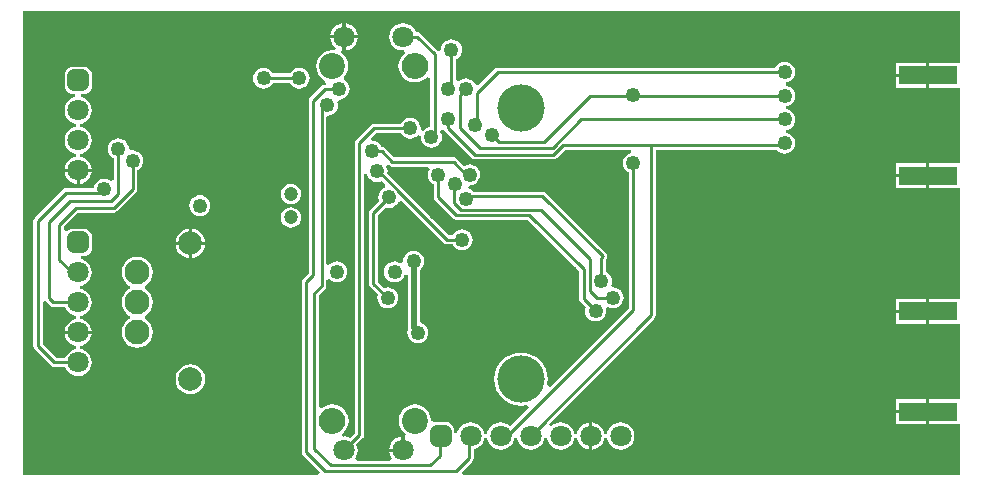
<source format=gbl>
G04*
G04 #@! TF.GenerationSoftware,Altium Limited,Altium Designer,18.1.1 (9)*
G04*
G04 Layer_Physical_Order=2*
G04 Layer_Color=16711680*
%FSLAX42Y42*%
%MOMM*%
G71*
G01*
G75*
%ADD42C,4.00*%
%ADD43C,1.20*%
%ADD58R,4.90X1.60*%
%ADD64C,0.25*%
%ADD65C,0.50*%
G04:AMPARAMS|DCode=69|XSize=1.8mm|YSize=1.8mm|CornerRadius=0.45mm|HoleSize=0mm|Usage=FLASHONLY|Rotation=0.000|XOffset=0mm|YOffset=0mm|HoleType=Round|Shape=RoundedRectangle|*
%AMROUNDEDRECTD69*
21,1,1.80,0.90,0,0,0.0*
21,1,0.90,1.80,0,0,0.0*
1,1,0.90,0.45,-0.45*
1,1,0.90,-0.45,-0.45*
1,1,0.90,-0.45,0.45*
1,1,0.90,0.45,0.45*
%
%ADD69ROUNDEDRECTD69*%
%ADD70C,1.80*%
%ADD71C,1.25*%
%ADD72O,2.25X2.20*%
%ADD73C,2.20*%
G04:AMPARAMS|DCode=74|XSize=1.8mm|YSize=1.8mm|CornerRadius=0.45mm|HoleSize=0mm|Usage=FLASHONLY|Rotation=270.000|XOffset=0mm|YOffset=0mm|HoleType=Round|Shape=RoundedRectangle|*
%AMROUNDEDRECTD74*
21,1,1.80,0.90,0,0,270.0*
21,1,0.90,1.80,0,0,270.0*
1,1,0.90,-0.45,-0.45*
1,1,0.90,-0.45,0.45*
1,1,0.90,0.45,0.45*
1,1,0.90,0.45,-0.45*
%
%ADD74ROUNDEDRECTD74*%
%ADD75C,2.00*%
%ADD76C,2.10*%
%ADD77C,3.80*%
%ADD78C,1.00*%
%ADD79C,0.25*%
G36*
X3603Y2953D02*
X3833Y2723D01*
X3845Y2714D01*
X3860Y2711D01*
X4524D01*
X4539Y2714D01*
X4552Y2723D01*
X4620Y2791D01*
X5179D01*
X5181Y2766D01*
X5177Y2766D01*
X5156Y2757D01*
X5137Y2743D01*
X5123Y2724D01*
X5114Y2703D01*
X5111Y2680D01*
X5114Y2657D01*
X5123Y2636D01*
X5137Y2617D01*
X5156Y2603D01*
X5161Y2601D01*
Y1456D01*
X4493Y787D01*
X4471Y801D01*
X4472Y806D01*
X4476Y850D01*
X4472Y894D01*
X4459Y937D01*
X4438Y976D01*
X4410Y1010D01*
X4376Y1038D01*
X4337Y1059D01*
X4294Y1072D01*
X4250Y1076D01*
X4206Y1072D01*
X4163Y1059D01*
X4124Y1038D01*
X4090Y1010D01*
X4062Y976D01*
X4041Y937D01*
X4028Y894D01*
X4024Y850D01*
X4028Y806D01*
X4041Y763D01*
X4062Y724D01*
X4090Y690D01*
X4124Y662D01*
X4163Y641D01*
X4206Y628D01*
X4250Y624D01*
X4294Y628D01*
X4299Y629D01*
X4313Y607D01*
X4158Y453D01*
X4134Y471D01*
X4106Y482D01*
X4076Y486D01*
X4046Y482D01*
X4018Y471D01*
X3994Y452D01*
X3975Y428D01*
X3964Y400D01*
X3962Y385D01*
X3936D01*
X3934Y400D01*
X3923Y428D01*
X3904Y452D01*
X3880Y471D01*
X3852Y482D01*
X3822Y486D01*
X3792Y482D01*
X3764Y471D01*
X3740Y452D01*
X3721Y428D01*
X3710Y400D01*
X3709Y396D01*
X3684Y397D01*
Y415D01*
X3682Y433D01*
X3674Y451D01*
X3663Y465D01*
X3649Y476D01*
X3631Y484D01*
X3613Y486D01*
X3523D01*
X3510Y484D01*
X3492Y496D01*
X3486Y503D01*
X3482Y535D01*
X3468Y568D01*
X3447Y597D01*
X3418Y618D01*
X3385Y632D01*
X3350Y637D01*
X3315Y632D01*
X3282Y618D01*
X3253Y597D01*
X3232Y568D01*
X3218Y535D01*
X3213Y500D01*
X3218Y465D01*
X3232Y432D01*
X3253Y403D01*
X3273Y389D01*
X3263Y365D01*
X3263Y365D01*
Y250D01*
X3250D01*
Y237D01*
X3135D01*
X3138Y220D01*
X3149Y192D01*
X3155Y184D01*
X3143Y159D01*
X2857D01*
X2845Y184D01*
X2851Y192D01*
X2862Y220D01*
X2866Y250D01*
X2862Y280D01*
X2854Y299D01*
X2907Y353D01*
X2916Y365D01*
X2919Y380D01*
Y2589D01*
X2944Y2591D01*
X2944Y2587D01*
X2953Y2566D01*
X2967Y2547D01*
X2986Y2533D01*
X3007Y2524D01*
X3030Y2521D01*
X3053Y2524D01*
X3069Y2531D01*
X3101Y2499D01*
X3094Y2470D01*
X3086Y2467D01*
X3067Y2453D01*
X3053Y2434D01*
X3044Y2413D01*
X3041Y2390D01*
X3044Y2367D01*
X3047Y2362D01*
X2973Y2287D01*
X2964Y2275D01*
X2961Y2260D01*
Y1660D01*
X2964Y1645D01*
X2973Y1633D01*
X3037Y1568D01*
X3034Y1563D01*
X3031Y1540D01*
X3034Y1517D01*
X3043Y1496D01*
X3057Y1477D01*
X3076Y1463D01*
X3097Y1454D01*
X3120Y1451D01*
X3143Y1454D01*
X3164Y1463D01*
X3183Y1477D01*
X3197Y1496D01*
X3206Y1517D01*
X3209Y1540D01*
X3206Y1563D01*
X3197Y1584D01*
X3183Y1603D01*
X3164Y1617D01*
X3143Y1626D01*
X3120Y1629D01*
X3097Y1626D01*
X3092Y1623D01*
X3039Y1676D01*
Y2244D01*
X3102Y2307D01*
X3107Y2304D01*
X3130Y2301D01*
X3153Y2304D01*
X3174Y2313D01*
X3193Y2327D01*
X3207Y2346D01*
X3209Y2351D01*
X3238Y2357D01*
X3593Y2003D01*
X3605Y1994D01*
X3620Y1991D01*
X3671D01*
X3673Y1986D01*
X3687Y1967D01*
X3706Y1953D01*
X3727Y1944D01*
X3750Y1941D01*
X3773Y1944D01*
X3794Y1953D01*
X3813Y1967D01*
X3827Y1986D01*
X3836Y2007D01*
X3839Y2030D01*
X3836Y2053D01*
X3827Y2074D01*
X3813Y2093D01*
X3794Y2107D01*
X3773Y2116D01*
X3750Y2119D01*
X3727Y2116D01*
X3706Y2107D01*
X3687Y2093D01*
X3673Y2074D01*
X3671Y2069D01*
X3636D01*
X3261Y2444D01*
X3261Y2444D01*
X3253Y2457D01*
X3116Y2593D01*
X3119Y2610D01*
X3116Y2633D01*
X3107Y2654D01*
X3127Y2668D01*
X3133Y2663D01*
X3145Y2654D01*
X3160Y2651D01*
X3462D01*
X3475Y2626D01*
X3473Y2624D01*
X3464Y2603D01*
X3461Y2580D01*
X3464Y2557D01*
X3473Y2536D01*
X3487Y2517D01*
X3506Y2503D01*
X3511Y2501D01*
Y2390D01*
X3514Y2375D01*
X3523Y2363D01*
X3673Y2213D01*
X3673Y2213D01*
X3685Y2204D01*
X3700Y2201D01*
X4304D01*
X4741Y1764D01*
Y1530D01*
X4744Y1515D01*
X4753Y1503D01*
X4797Y1459D01*
X4794Y1453D01*
X4791Y1430D01*
X4794Y1407D01*
X4803Y1386D01*
X4817Y1367D01*
X4836Y1353D01*
X4857Y1344D01*
X4880Y1341D01*
X4903Y1344D01*
X4924Y1353D01*
X4943Y1367D01*
X4957Y1386D01*
X4966Y1407D01*
X4969Y1430D01*
X4966Y1446D01*
X4981Y1459D01*
X4989Y1462D01*
X5007Y1454D01*
X5030Y1451D01*
X5053Y1454D01*
X5074Y1463D01*
X5093Y1477D01*
X5107Y1496D01*
X5116Y1517D01*
X5119Y1540D01*
X5116Y1563D01*
X5107Y1584D01*
X5093Y1603D01*
X5074Y1617D01*
X5053Y1626D01*
X5030Y1629D01*
X5013Y1652D01*
X5016Y1657D01*
X5019Y1680D01*
X5016Y1703D01*
X5007Y1724D01*
X4993Y1743D01*
X4974Y1757D01*
X4969Y1759D01*
Y1865D01*
X4976Y1875D01*
X4979Y1890D01*
X4976Y1905D01*
X4967Y1917D01*
X4457Y2427D01*
X4445Y2436D01*
X4430Y2439D01*
X3846D01*
X3843Y2443D01*
X3824Y2457D01*
X3803Y2466D01*
X3798Y2466D01*
X3798Y2466D01*
X3797Y2471D01*
X3810Y2490D01*
X3816Y2494D01*
X3836Y2497D01*
X3857Y2506D01*
X3875Y2520D01*
X3889Y2538D01*
X3898Y2560D01*
X3901Y2583D01*
X3898Y2605D01*
X3889Y2627D01*
X3875Y2645D01*
X3857Y2659D01*
X3836Y2668D01*
X3813Y2671D01*
X3790Y2668D01*
X3768Y2659D01*
X3767Y2658D01*
X3707Y2717D01*
X3695Y2726D01*
X3680Y2729D01*
X3176D01*
X3097Y2807D01*
X3085Y2816D01*
X3070Y2819D01*
X3069D01*
X3067Y2824D01*
X3053Y2843D01*
X3034Y2857D01*
X3013Y2866D01*
X2990Y2869D01*
X2989Y2868D01*
X2977Y2892D01*
X3021Y2936D01*
X3231D01*
X3233Y2931D01*
X3247Y2912D01*
X3266Y2898D01*
X3287Y2889D01*
X3310Y2886D01*
X3333Y2889D01*
X3354Y2898D01*
X3373Y2912D01*
X3379Y2920D01*
X3403Y2910D01*
X3401Y2900D01*
X3404Y2877D01*
X3413Y2856D01*
X3427Y2837D01*
X3446Y2823D01*
X3467Y2814D01*
X3490Y2811D01*
X3513Y2814D01*
X3534Y2823D01*
X3553Y2837D01*
X3567Y2856D01*
X3576Y2877D01*
X3579Y2900D01*
X3576Y2923D01*
X3567Y2944D01*
X3572Y2958D01*
X3598Y2959D01*
X3603Y2953D01*
D02*
G37*
G36*
X7964Y3555D02*
X7963Y3530D01*
X7939Y3530D01*
X7705D01*
Y3425D01*
Y3320D01*
X7939D01*
X7963Y3320D01*
X7964Y3295D01*
Y2705D01*
X7963Y2680D01*
X7939Y2680D01*
X7705D01*
Y2575D01*
Y2470D01*
X7939D01*
X7963Y2470D01*
X7964Y2445D01*
Y1555D01*
X7963Y1530D01*
X7939Y1530D01*
X7705D01*
Y1425D01*
Y1320D01*
X7939D01*
X7963Y1320D01*
X7964Y1295D01*
Y705D01*
X7963Y680D01*
X7939Y680D01*
X7705D01*
Y575D01*
Y470D01*
X7939D01*
X7963Y470D01*
X7964Y445D01*
Y36D01*
X3756D01*
X3746Y61D01*
X3837Y153D01*
X3837Y153D01*
X3846Y165D01*
X3849Y180D01*
Y257D01*
X3852Y258D01*
X3880Y269D01*
X3904Y288D01*
X3923Y312D01*
X3934Y340D01*
X3936Y355D01*
X3962D01*
X3964Y340D01*
X3975Y312D01*
X3994Y288D01*
X4018Y269D01*
X4046Y258D01*
X4076Y254D01*
X4106Y258D01*
X4134Y269D01*
X4158Y288D01*
X4177Y312D01*
X4188Y340D01*
X4190Y355D01*
X4216D01*
X4218Y340D01*
X4229Y312D01*
X4248Y288D01*
X4272Y269D01*
X4300Y258D01*
X4330Y254D01*
X4360Y258D01*
X4388Y269D01*
X4412Y288D01*
X4431Y312D01*
X4442Y340D01*
X4444Y355D01*
X4470D01*
X4472Y340D01*
X4483Y312D01*
X4502Y288D01*
X4526Y269D01*
X4554Y258D01*
X4584Y254D01*
X4614Y258D01*
X4642Y269D01*
X4666Y288D01*
X4685Y312D01*
X4696Y340D01*
X4698Y355D01*
X4724D01*
X4726Y340D01*
X4737Y312D01*
X4756Y288D01*
X4780Y269D01*
X4808Y258D01*
X4825Y255D01*
Y370D01*
Y485D01*
X4808Y482D01*
X4780Y471D01*
X4756Y452D01*
X4737Y428D01*
X4726Y400D01*
X4724Y385D01*
X4698D01*
X4696Y400D01*
X4685Y428D01*
X4666Y452D01*
X4642Y471D01*
X4614Y482D01*
X4584Y486D01*
X4554Y482D01*
X4526Y471D01*
X4504Y454D01*
X4488Y473D01*
X5377Y1363D01*
X5377Y1363D01*
X5386Y1375D01*
X5389Y1390D01*
Y2791D01*
X6414D01*
X6417Y2787D01*
X6436Y2773D01*
X6457Y2764D01*
X6480Y2761D01*
X6503Y2764D01*
X6524Y2773D01*
X6543Y2787D01*
X6557Y2806D01*
X6566Y2827D01*
X6569Y2850D01*
X6566Y2873D01*
X6557Y2894D01*
X6543Y2913D01*
X6524Y2927D01*
X6503Y2936D01*
X6490Y2937D01*
Y2963D01*
X6503Y2964D01*
X6524Y2973D01*
X6543Y2987D01*
X6557Y3006D01*
X6566Y3027D01*
X6569Y3050D01*
X6566Y3073D01*
X6557Y3094D01*
X6543Y3113D01*
X6524Y3127D01*
X6503Y3136D01*
X6490Y3137D01*
Y3163D01*
X6503Y3164D01*
X6524Y3173D01*
X6543Y3187D01*
X6557Y3206D01*
X6566Y3227D01*
X6569Y3250D01*
X6566Y3273D01*
X6557Y3294D01*
X6543Y3313D01*
X6524Y3327D01*
X6503Y3336D01*
X6490Y3337D01*
Y3363D01*
X6503Y3364D01*
X6524Y3373D01*
X6543Y3387D01*
X6557Y3406D01*
X6566Y3427D01*
X6569Y3450D01*
X6566Y3473D01*
X6557Y3494D01*
X6543Y3513D01*
X6524Y3527D01*
X6503Y3536D01*
X6480Y3539D01*
X6457Y3536D01*
X6436Y3527D01*
X6417Y3513D01*
X6403Y3494D01*
X6401Y3489D01*
X4050D01*
X4035Y3486D01*
X4023Y3477D01*
X3888Y3343D01*
X3859Y3349D01*
X3857Y3354D01*
X3843Y3373D01*
X3824Y3387D01*
X3803Y3396D01*
X3780Y3399D01*
X3757Y3396D01*
X3736Y3387D01*
X3724Y3378D01*
X3702Y3386D01*
X3699Y3389D01*
Y3561D01*
X3704Y3563D01*
X3723Y3577D01*
X3737Y3596D01*
X3746Y3617D01*
X3749Y3640D01*
X3746Y3663D01*
X3737Y3684D01*
X3723Y3703D01*
X3704Y3717D01*
X3683Y3726D01*
X3660Y3729D01*
X3637Y3726D01*
X3616Y3717D01*
X3597Y3703D01*
X3583Y3684D01*
X3574Y3663D01*
X3571Y3640D01*
X3572Y3636D01*
X3548Y3627D01*
X3547Y3627D01*
X3397Y3777D01*
X3385Y3786D01*
X3370Y3789D01*
X3359D01*
X3351Y3808D01*
X3332Y3832D01*
X3308Y3851D01*
X3280Y3862D01*
X3250Y3866D01*
X3220Y3862D01*
X3192Y3851D01*
X3168Y3832D01*
X3149Y3808D01*
X3138Y3780D01*
X3134Y3750D01*
X3138Y3720D01*
X3149Y3692D01*
X3168Y3668D01*
X3192Y3649D01*
X3220Y3638D01*
X3250Y3634D01*
X3260Y3635D01*
X3270Y3611D01*
X3251Y3597D01*
X3229Y3568D01*
X3216Y3535D01*
X3211Y3500D01*
X3216Y3465D01*
X3229Y3432D01*
X3251Y3403D01*
X3279Y3382D01*
X3312Y3368D01*
X3347Y3363D01*
X3353D01*
X3388Y3368D01*
X3421Y3382D01*
X3449Y3403D01*
X3456Y3413D01*
X3481Y3404D01*
Y2987D01*
X3467Y2986D01*
X3446Y2977D01*
X3427Y2963D01*
X3421Y2955D01*
X3397Y2965D01*
X3399Y2975D01*
X3396Y2998D01*
X3387Y3019D01*
X3373Y3038D01*
X3354Y3052D01*
X3333Y3061D01*
X3310Y3064D01*
X3287Y3061D01*
X3266Y3052D01*
X3247Y3038D01*
X3233Y3019D01*
X3231Y3014D01*
X3005D01*
X2990Y3011D01*
X2978Y3002D01*
X2853Y2877D01*
X2844Y2865D01*
X2841Y2850D01*
Y396D01*
X2799Y354D01*
X2780Y362D01*
X2750Y366D01*
X2740Y365D01*
X2730Y389D01*
X2749Y403D01*
X2771Y432D01*
X2784Y465D01*
X2789Y500D01*
X2784Y535D01*
X2771Y568D01*
X2749Y597D01*
X2721Y618D01*
X2688Y632D01*
X2652Y637D01*
X2648D01*
X2612Y632D01*
X2579Y618D01*
X2564Y606D01*
X2539Y619D01*
Y1564D01*
X2587Y1613D01*
X2587Y1613D01*
X2596Y1625D01*
X2599Y1640D01*
X2599Y1640D01*
Y1694D01*
X2624Y1702D01*
X2627Y1697D01*
X2646Y1683D01*
X2667Y1674D01*
X2690Y1671D01*
X2713Y1674D01*
X2734Y1683D01*
X2753Y1697D01*
X2767Y1716D01*
X2776Y1737D01*
X2779Y1760D01*
X2776Y1783D01*
X2767Y1804D01*
X2753Y1823D01*
X2734Y1837D01*
X2713Y1846D01*
X2690Y1849D01*
X2667Y1846D01*
X2646Y1837D01*
X2627Y1823D01*
X2624Y1818D01*
X2599Y1826D01*
Y3072D01*
X2610Y3082D01*
X2633Y3085D01*
X2654Y3093D01*
X2673Y3108D01*
X2687Y3126D01*
X2696Y3147D01*
X2699Y3170D01*
X2696Y3193D01*
X2695Y3194D01*
X2709Y3216D01*
X2712Y3218D01*
X2733Y3221D01*
X2754Y3230D01*
X2773Y3244D01*
X2787Y3262D01*
X2796Y3283D01*
X2799Y3306D01*
X2796Y3329D01*
X2787Y3351D01*
X2773Y3369D01*
X2758Y3381D01*
X2754Y3388D01*
X2754Y3389D01*
X2752Y3411D01*
X2768Y3432D01*
X2782Y3465D01*
X2787Y3500D01*
X2782Y3535D01*
X2768Y3568D01*
X2747Y3597D01*
X2727Y3611D01*
X2737Y3635D01*
X2737Y3635D01*
Y3737D01*
X2635D01*
X2638Y3720D01*
X2649Y3692D01*
X2668Y3668D01*
X2681Y3658D01*
X2671Y3634D01*
X2650Y3637D01*
X2615Y3632D01*
X2582Y3618D01*
X2553Y3597D01*
X2532Y3568D01*
X2518Y3535D01*
X2513Y3500D01*
X2518Y3465D01*
X2532Y3432D01*
X2553Y3403D01*
X2582Y3382D01*
X2592Y3377D01*
X2594Y3350D01*
X2586Y3345D01*
X2572Y3342D01*
X2559Y3334D01*
X2559Y3334D01*
X2463Y3237D01*
X2454Y3225D01*
X2451Y3210D01*
Y1746D01*
X2403Y1697D01*
X2394Y1685D01*
X2391Y1670D01*
Y230D01*
X2394Y215D01*
X2403Y203D01*
X2544Y61D01*
X2534Y36D01*
X36D01*
Y3964D01*
X7964D01*
Y3555D01*
D02*
G37*
%LPC*%
G36*
X3340Y1939D02*
X3317Y1936D01*
X3296Y1927D01*
X3277Y1913D01*
X3263Y1894D01*
X3254Y1873D01*
X3251Y1850D01*
X3252Y1846D01*
X3228Y1832D01*
X3222Y1837D01*
X3201Y1846D01*
X3178Y1849D01*
X3155Y1846D01*
X3134Y1837D01*
X3115Y1823D01*
X3101Y1804D01*
X3092Y1783D01*
X3089Y1760D01*
X3092Y1737D01*
X3101Y1716D01*
X3115Y1697D01*
X3134Y1683D01*
X3155Y1674D01*
X3178Y1671D01*
X3201Y1674D01*
X3222Y1683D01*
X3241Y1697D01*
X3255Y1716D01*
X3264Y1737D01*
X3289Y1735D01*
Y1280D01*
X3290Y1271D01*
X3289Y1268D01*
X3286Y1245D01*
X3289Y1222D01*
X3298Y1201D01*
X3312Y1182D01*
X3331Y1168D01*
X3352Y1159D01*
X3375Y1156D01*
X3398Y1159D01*
X3419Y1168D01*
X3438Y1182D01*
X3452Y1201D01*
X3461Y1222D01*
X3464Y1245D01*
X3461Y1268D01*
X3452Y1289D01*
X3438Y1308D01*
X3419Y1322D01*
X3398Y1331D01*
X3391Y1332D01*
Y1779D01*
X3403Y1787D01*
X3417Y1806D01*
X3426Y1827D01*
X3429Y1850D01*
X3426Y1873D01*
X3417Y1894D01*
X3403Y1913D01*
X3384Y1927D01*
X3363Y1936D01*
X3340Y1939D01*
D02*
G37*
G36*
X3237Y365D02*
X3220Y362D01*
X3192Y351D01*
X3168Y332D01*
X3149Y308D01*
X3138Y280D01*
X3135Y263D01*
X3237D01*
Y365D01*
D02*
G37*
G36*
X2763Y3865D02*
Y3763D01*
X2865D01*
X2862Y3780D01*
X2851Y3808D01*
X2832Y3832D01*
X2808Y3851D01*
X2780Y3862D01*
X2763Y3865D01*
D02*
G37*
G36*
X2737D02*
X2720Y3862D01*
X2692Y3851D01*
X2668Y3832D01*
X2649Y3808D01*
X2638Y3780D01*
X2635Y3763D01*
X2737D01*
Y3865D01*
D02*
G37*
G36*
X2865Y3737D02*
X2763D01*
Y3635D01*
X2780Y3638D01*
X2808Y3649D01*
X2832Y3668D01*
X2851Y3692D01*
X2862Y3720D01*
X2865Y3737D01*
D02*
G37*
G36*
X2370Y3489D02*
X2347Y3486D01*
X2326Y3477D01*
X2307Y3463D01*
X2293Y3444D01*
X2291Y3439D01*
X2149D01*
X2147Y3444D01*
X2133Y3463D01*
X2114Y3477D01*
X2093Y3486D01*
X2070Y3489D01*
X2047Y3486D01*
X2026Y3477D01*
X2007Y3463D01*
X1993Y3444D01*
X1984Y3423D01*
X1981Y3400D01*
X1984Y3377D01*
X1993Y3356D01*
X2007Y3337D01*
X2026Y3323D01*
X2047Y3314D01*
X2070Y3311D01*
X2093Y3314D01*
X2114Y3323D01*
X2133Y3337D01*
X2147Y3356D01*
X2149Y3361D01*
X2291D01*
X2293Y3356D01*
X2307Y3337D01*
X2326Y3323D01*
X2347Y3314D01*
X2370Y3311D01*
X2393Y3314D01*
X2414Y3323D01*
X2433Y3337D01*
X2447Y3356D01*
X2456Y3377D01*
X2459Y3400D01*
X2456Y3423D01*
X2447Y3444D01*
X2433Y3463D01*
X2414Y3477D01*
X2393Y3486D01*
X2370Y3489D01*
D02*
G37*
G36*
X7680Y3530D02*
X7422D01*
Y3438D01*
X7680D01*
Y3530D01*
D02*
G37*
G36*
Y3412D02*
X7422D01*
Y3320D01*
X7680D01*
Y3412D01*
D02*
G37*
G36*
X545Y3497D02*
X455D01*
X437Y3495D01*
X419Y3487D01*
X405Y3476D01*
X394Y3462D01*
X386Y3444D01*
X384Y3426D01*
Y3336D01*
X386Y3318D01*
X394Y3300D01*
X405Y3286D01*
X419Y3275D01*
X437Y3267D01*
X455Y3265D01*
X473D01*
X474Y3240D01*
X470Y3239D01*
X442Y3228D01*
X418Y3209D01*
X399Y3185D01*
X388Y3157D01*
X384Y3127D01*
X388Y3097D01*
X399Y3069D01*
X418Y3045D01*
X442Y3026D01*
X470Y3015D01*
X485Y3013D01*
Y2987D01*
X470Y2985D01*
X442Y2974D01*
X418Y2955D01*
X399Y2931D01*
X388Y2903D01*
X384Y2873D01*
X388Y2843D01*
X399Y2815D01*
X418Y2791D01*
X442Y2772D01*
X470Y2761D01*
X485Y2759D01*
Y2733D01*
X470Y2731D01*
X442Y2720D01*
X418Y2701D01*
X399Y2677D01*
X388Y2649D01*
X385Y2632D01*
X500D01*
X615D01*
X612Y2649D01*
X601Y2677D01*
X582Y2701D01*
X558Y2720D01*
X530Y2731D01*
X515Y2733D01*
Y2759D01*
X530Y2761D01*
X558Y2772D01*
X582Y2791D01*
X601Y2815D01*
X612Y2843D01*
X616Y2873D01*
X612Y2903D01*
X601Y2931D01*
X582Y2955D01*
X558Y2974D01*
X530Y2985D01*
X515Y2987D01*
Y3013D01*
X530Y3015D01*
X558Y3026D01*
X582Y3045D01*
X601Y3069D01*
X612Y3097D01*
X616Y3127D01*
X612Y3157D01*
X601Y3185D01*
X582Y3209D01*
X558Y3228D01*
X530Y3239D01*
X526Y3240D01*
X527Y3265D01*
X545D01*
X563Y3267D01*
X581Y3275D01*
X595Y3286D01*
X606Y3300D01*
X614Y3318D01*
X616Y3336D01*
Y3426D01*
X614Y3444D01*
X606Y3462D01*
X595Y3476D01*
X581Y3487D01*
X563Y3495D01*
X545Y3497D01*
D02*
G37*
G36*
X7680Y2680D02*
X7422D01*
Y2588D01*
X7680D01*
Y2680D01*
D02*
G37*
G36*
X840Y2889D02*
X817Y2886D01*
X796Y2877D01*
X777Y2863D01*
X763Y2844D01*
X754Y2823D01*
X751Y2800D01*
X754Y2777D01*
X763Y2756D01*
X777Y2737D01*
X796Y2723D01*
X801Y2721D01*
Y2539D01*
X797Y2535D01*
X776Y2528D01*
X764Y2537D01*
X743Y2546D01*
X720Y2549D01*
X697Y2546D01*
X676Y2537D01*
X657Y2523D01*
X643Y2504D01*
X634Y2483D01*
X632Y2469D01*
X400D01*
X385Y2466D01*
X373Y2457D01*
X133Y2217D01*
X124Y2205D01*
X121Y2190D01*
Y1130D01*
X124Y1115D01*
X133Y1103D01*
X271Y965D01*
X283Y956D01*
X298Y953D01*
X391D01*
X399Y934D01*
X418Y910D01*
X442Y891D01*
X470Y880D01*
X500Y876D01*
X530Y880D01*
X558Y891D01*
X582Y910D01*
X601Y934D01*
X612Y962D01*
X616Y992D01*
X612Y1022D01*
X601Y1050D01*
X582Y1074D01*
X558Y1093D01*
X530Y1104D01*
X515Y1106D01*
Y1132D01*
X530Y1134D01*
X558Y1145D01*
X582Y1164D01*
X601Y1188D01*
X612Y1216D01*
X615Y1233D01*
X500D01*
X385D01*
X388Y1216D01*
X399Y1188D01*
X418Y1164D01*
X442Y1145D01*
X470Y1134D01*
X485Y1132D01*
Y1106D01*
X470Y1104D01*
X442Y1093D01*
X418Y1074D01*
X399Y1050D01*
X391Y1031D01*
X314D01*
X199Y1146D01*
Y1504D01*
X220Y1511D01*
X224Y1512D01*
X263Y1473D01*
X263Y1473D01*
X275Y1464D01*
X290Y1461D01*
X391D01*
X399Y1442D01*
X418Y1418D01*
X442Y1399D01*
X470Y1388D01*
X485Y1386D01*
Y1360D01*
X470Y1358D01*
X442Y1347D01*
X418Y1328D01*
X399Y1304D01*
X388Y1276D01*
X385Y1259D01*
X500D01*
X615D01*
X612Y1276D01*
X601Y1304D01*
X582Y1328D01*
X558Y1347D01*
X530Y1358D01*
X515Y1360D01*
Y1386D01*
X530Y1388D01*
X558Y1399D01*
X582Y1418D01*
X601Y1442D01*
X612Y1470D01*
X616Y1500D01*
X612Y1530D01*
X601Y1558D01*
X582Y1582D01*
X558Y1601D01*
X530Y1612D01*
X515Y1614D01*
Y1640D01*
X530Y1642D01*
X558Y1653D01*
X582Y1672D01*
X601Y1696D01*
X612Y1724D01*
X616Y1754D01*
X612Y1784D01*
X601Y1812D01*
X582Y1836D01*
X558Y1855D01*
X530Y1866D01*
X526Y1867D01*
X527Y1892D01*
X545D01*
X563Y1894D01*
X581Y1902D01*
X595Y1913D01*
X606Y1927D01*
X614Y1945D01*
X616Y1963D01*
Y2053D01*
X614Y2071D01*
X606Y2089D01*
X595Y2103D01*
X581Y2114D01*
X563Y2122D01*
X545Y2124D01*
X455D01*
X437Y2122D01*
X419Y2114D01*
X405Y2103D01*
X404Y2102D01*
X379Y2110D01*
Y2144D01*
X496Y2261D01*
X800D01*
X815Y2264D01*
X827Y2273D01*
X987Y2433D01*
X996Y2445D01*
X999Y2460D01*
Y2621D01*
X1004Y2623D01*
X1023Y2637D01*
X1037Y2656D01*
X1046Y2677D01*
X1049Y2700D01*
X1046Y2723D01*
X1037Y2744D01*
X1023Y2763D01*
X1004Y2777D01*
X983Y2786D01*
X960Y2789D01*
X952Y2788D01*
X932Y2798D01*
X928Y2809D01*
X926Y2823D01*
X917Y2844D01*
X903Y2863D01*
X884Y2877D01*
X863Y2886D01*
X840Y2889D01*
D02*
G37*
G36*
X615Y2606D02*
X513D01*
Y2504D01*
X530Y2507D01*
X558Y2518D01*
X582Y2537D01*
X601Y2561D01*
X612Y2589D01*
X615Y2606D01*
D02*
G37*
G36*
X487D02*
X385D01*
X388Y2589D01*
X399Y2561D01*
X418Y2537D01*
X442Y2518D01*
X470Y2507D01*
X487Y2504D01*
Y2606D01*
D02*
G37*
G36*
X7680Y2562D02*
X7422D01*
Y2470D01*
X7680D01*
Y2562D01*
D02*
G37*
G36*
X2300Y2506D02*
X2278Y2503D01*
X2257Y2495D01*
X2239Y2481D01*
X2225Y2463D01*
X2217Y2442D01*
X2214Y2420D01*
X2217Y2398D01*
X2225Y2377D01*
X2239Y2359D01*
X2257Y2345D01*
X2278Y2337D01*
X2300Y2334D01*
X2322Y2337D01*
X2343Y2345D01*
X2361Y2359D01*
X2375Y2377D01*
X2383Y2398D01*
X2386Y2420D01*
X2383Y2442D01*
X2375Y2463D01*
X2361Y2481D01*
X2343Y2495D01*
X2322Y2503D01*
X2300Y2506D01*
D02*
G37*
G36*
X1530Y2409D02*
X1507Y2406D01*
X1486Y2397D01*
X1467Y2383D01*
X1453Y2364D01*
X1444Y2343D01*
X1441Y2320D01*
X1444Y2297D01*
X1453Y2276D01*
X1467Y2257D01*
X1486Y2243D01*
X1507Y2234D01*
X1530Y2231D01*
X1553Y2234D01*
X1574Y2243D01*
X1593Y2257D01*
X1607Y2276D01*
X1616Y2297D01*
X1619Y2320D01*
X1616Y2343D01*
X1607Y2364D01*
X1593Y2383D01*
X1574Y2397D01*
X1553Y2406D01*
X1530Y2409D01*
D02*
G37*
G36*
X2300Y2306D02*
X2278Y2303D01*
X2257Y2295D01*
X2239Y2281D01*
X2225Y2263D01*
X2217Y2242D01*
X2214Y2220D01*
X2217Y2198D01*
X2225Y2177D01*
X2239Y2159D01*
X2257Y2145D01*
X2278Y2137D01*
X2300Y2134D01*
X2322Y2137D01*
X2343Y2145D01*
X2361Y2159D01*
X2375Y2177D01*
X2383Y2198D01*
X2386Y2220D01*
X2383Y2242D01*
X2375Y2263D01*
X2361Y2281D01*
X2343Y2295D01*
X2322Y2303D01*
X2300Y2306D01*
D02*
G37*
G36*
X1463Y2125D02*
Y2013D01*
X1575D01*
X1572Y2033D01*
X1560Y2063D01*
X1539Y2089D01*
X1513Y2110D01*
X1483Y2122D01*
X1463Y2125D01*
D02*
G37*
G36*
X1437D02*
X1417Y2122D01*
X1387Y2110D01*
X1361Y2089D01*
X1340Y2063D01*
X1328Y2033D01*
X1325Y2013D01*
X1437D01*
Y2125D01*
D02*
G37*
G36*
X1575Y1987D02*
X1463D01*
Y1875D01*
X1483Y1878D01*
X1513Y1890D01*
X1539Y1911D01*
X1560Y1937D01*
X1572Y1967D01*
X1575Y1987D01*
D02*
G37*
G36*
X1437D02*
X1325D01*
X1328Y1967D01*
X1340Y1937D01*
X1361Y1911D01*
X1387Y1890D01*
X1417Y1878D01*
X1437Y1875D01*
Y1987D01*
D02*
G37*
G36*
X7680Y1530D02*
X7422D01*
Y1438D01*
X7680D01*
Y1530D01*
D02*
G37*
G36*
Y1412D02*
X7422D01*
Y1320D01*
X7680D01*
Y1412D01*
D02*
G37*
G36*
X1000Y1886D02*
X966Y1881D01*
X934Y1868D01*
X907Y1847D01*
X886Y1820D01*
X873Y1788D01*
X868Y1754D01*
X873Y1720D01*
X886Y1688D01*
X907Y1661D01*
X934Y1640D01*
X936Y1640D01*
Y1615D01*
X934Y1614D01*
X907Y1593D01*
X886Y1566D01*
X873Y1534D01*
X868Y1500D01*
X873Y1466D01*
X886Y1434D01*
X907Y1407D01*
X934Y1386D01*
X936Y1385D01*
Y1360D01*
X934Y1360D01*
X907Y1339D01*
X886Y1312D01*
X873Y1280D01*
X868Y1246D01*
X873Y1212D01*
X886Y1180D01*
X907Y1153D01*
X934Y1132D01*
X966Y1119D01*
X1000Y1114D01*
X1034Y1119D01*
X1066Y1132D01*
X1093Y1153D01*
X1114Y1180D01*
X1127Y1212D01*
X1132Y1246D01*
X1127Y1280D01*
X1114Y1312D01*
X1093Y1339D01*
X1066Y1360D01*
X1064Y1360D01*
Y1385D01*
X1066Y1386D01*
X1093Y1407D01*
X1114Y1434D01*
X1127Y1466D01*
X1132Y1500D01*
X1127Y1534D01*
X1114Y1566D01*
X1093Y1593D01*
X1066Y1614D01*
X1064Y1615D01*
Y1640D01*
X1066Y1640D01*
X1093Y1661D01*
X1114Y1688D01*
X1127Y1720D01*
X1132Y1754D01*
X1127Y1788D01*
X1114Y1820D01*
X1093Y1847D01*
X1066Y1868D01*
X1034Y1881D01*
X1000Y1886D01*
D02*
G37*
G36*
X1450Y976D02*
X1417Y972D01*
X1387Y960D01*
X1361Y939D01*
X1340Y913D01*
X1328Y883D01*
X1324Y850D01*
X1328Y817D01*
X1340Y787D01*
X1361Y761D01*
X1387Y740D01*
X1417Y728D01*
X1450Y724D01*
X1483Y728D01*
X1513Y740D01*
X1539Y761D01*
X1560Y787D01*
X1572Y817D01*
X1576Y850D01*
X1572Y883D01*
X1560Y913D01*
X1539Y939D01*
X1513Y960D01*
X1483Y972D01*
X1450Y976D01*
D02*
G37*
G36*
X7680Y680D02*
X7422D01*
Y588D01*
X7680D01*
Y680D01*
D02*
G37*
G36*
Y562D02*
X7422D01*
Y470D01*
X7680D01*
Y562D01*
D02*
G37*
G36*
X5092Y486D02*
X5062Y482D01*
X5034Y471D01*
X5010Y452D01*
X4991Y428D01*
X4980Y400D01*
X4978Y385D01*
X4952D01*
X4950Y400D01*
X4939Y428D01*
X4920Y452D01*
X4896Y471D01*
X4868Y482D01*
X4851Y485D01*
Y370D01*
Y255D01*
X4868Y258D01*
X4896Y269D01*
X4920Y288D01*
X4939Y312D01*
X4950Y340D01*
X4952Y355D01*
X4978D01*
X4980Y340D01*
X4991Y312D01*
X5010Y288D01*
X5034Y269D01*
X5062Y258D01*
X5092Y254D01*
X5122Y258D01*
X5150Y269D01*
X5174Y288D01*
X5193Y312D01*
X5204Y340D01*
X5208Y370D01*
X5204Y400D01*
X5193Y428D01*
X5174Y452D01*
X5150Y471D01*
X5122Y482D01*
X5092Y486D01*
D02*
G37*
%LPD*%
D42*
X4250Y850D02*
D03*
Y3150D02*
D03*
D43*
X2300Y2420D02*
D03*
Y2220D02*
D03*
D58*
X7693Y1425D02*
D03*
Y575D02*
D03*
Y2575D02*
D03*
Y3425D02*
D03*
D64*
X3810Y180D02*
Y390D01*
X2490Y3210D02*
X2586Y3306D01*
X2490Y1730D02*
Y3210D01*
X2430Y1670D02*
X2490Y1730D01*
X2430Y230D02*
Y1670D01*
X2500Y1580D02*
X2560Y1640D01*
X2500Y260D02*
Y1580D01*
X2560Y3120D02*
X2610Y3170D01*
X2560Y1640D02*
Y3120D01*
X5200Y1440D02*
Y2680D01*
X4130Y370D02*
X5200Y1440D01*
X4076Y370D02*
X4130D01*
X5350Y1390D02*
Y2830D01*
X4330Y370D02*
X5350Y1390D01*
X5200Y2680D02*
Y2690D01*
X3700Y70D02*
X3810Y180D01*
X2590Y70D02*
X3700D01*
X2430Y230D02*
X2590Y70D01*
X2586Y3306D02*
X2710D01*
X2640Y120D02*
X3480D01*
X2500Y260D02*
X2640Y120D01*
X3560Y200D02*
Y350D01*
X3480Y120D02*
X3560Y200D01*
X4930Y1680D02*
Y1880D01*
X4830Y1600D02*
Y1870D01*
Y1600D02*
X4890Y1540D01*
X4780Y1530D02*
Y1780D01*
X4890Y1540D02*
X5030D01*
X4780Y1530D02*
X4880Y1430D01*
X2350Y3400D02*
X2360Y3410D01*
X2070Y3400D02*
X2350D01*
X4320Y2240D02*
X4780Y1780D01*
X4930Y1880D02*
X4940Y1890D01*
X4415Y2285D02*
X4830Y1870D01*
X3550Y2390D02*
X3700Y2240D01*
X3550Y2390D02*
Y2580D01*
X3700Y2240D02*
X4320D01*
X3685Y2341D02*
Y2495D01*
X3690Y2500D01*
X3741Y2285D02*
X4415D01*
X3685Y2341D02*
X3741Y2285D01*
X3800Y2400D02*
X4430D01*
X840Y2420D02*
Y2800D01*
X780Y2360D02*
X840Y2420D01*
X430Y2360D02*
X780D01*
X2360Y3410D02*
X2370Y3400D01*
X4430Y2400D02*
X4940Y1890D01*
X960Y2460D02*
Y2700D01*
X400Y2430D02*
X710D01*
X160Y2190D02*
X400Y2430D01*
X250Y2180D02*
X430Y2360D01*
X800Y2300D02*
X960Y2460D01*
X480Y2300D02*
X800D01*
X340Y2160D02*
X480Y2300D01*
X340Y1860D02*
Y2160D01*
Y1860D02*
X446Y1754D01*
X500D01*
X250Y1540D02*
Y2180D01*
Y1540D02*
X290Y1500D01*
X500D01*
X160Y1130D02*
Y2190D01*
Y1130D02*
X298Y992D01*
X500D01*
D65*
X3340Y1280D02*
Y1850D01*
Y1280D02*
X3375Y1245D01*
D69*
X3568Y370D02*
D03*
D70*
X3822D02*
D03*
X4076D02*
D03*
X4330D02*
D03*
X4584D02*
D03*
X4838D02*
D03*
X5092D02*
D03*
X3250Y3750D02*
D03*
X2750D02*
D03*
X500Y2619D02*
D03*
Y3127D02*
D03*
Y2873D02*
D03*
Y1500D02*
D03*
Y1754D02*
D03*
Y1246D02*
D03*
Y992D02*
D03*
X3250Y250D02*
D03*
X2750D02*
D03*
D71*
X2690Y1760D02*
D03*
X3178D02*
D03*
X5400Y740D02*
D03*
X5080Y1970D02*
D03*
X5220Y740D02*
D03*
X5200Y3260D02*
D03*
Y2680D02*
D03*
X4930Y1680D02*
D03*
X4670Y1750D02*
D03*
X5030Y1540D02*
D03*
X4880Y1430D02*
D03*
X5060Y1760D02*
D03*
X2710Y3306D02*
D03*
X2610Y3170D02*
D03*
X2070Y3400D02*
D03*
X1240Y540D02*
D03*
X940Y760D02*
D03*
X2300Y710D02*
D03*
X2250Y3060D02*
D03*
X3550Y2580D02*
D03*
X3813Y2583D02*
D03*
X3780Y2380D02*
D03*
X3750Y2030D02*
D03*
X3340Y1850D02*
D03*
X3490Y2900D02*
D03*
X4000Y2920D02*
D03*
X3630Y3310D02*
D03*
X3780Y3310D02*
D03*
X3530Y2260D02*
D03*
X3030Y2610D02*
D03*
X1910Y2470D02*
D03*
X1908Y3625D02*
D03*
X1600Y3770D02*
D03*
X2370Y3400D02*
D03*
X6900Y2050D02*
D03*
X6700D02*
D03*
X6500D02*
D03*
X6300D02*
D03*
X6050Y750D02*
D03*
X6200D02*
D03*
X5900D02*
D03*
X7300Y650D02*
D03*
X7150Y3650D02*
D03*
X6950D02*
D03*
X7350Y3850D02*
D03*
X7150D02*
D03*
X6950D02*
D03*
X6750D02*
D03*
X6550D02*
D03*
X6350D02*
D03*
X6150D02*
D03*
X5950D02*
D03*
X5750D02*
D03*
X5550D02*
D03*
X5350D02*
D03*
X5150D02*
D03*
X4950D02*
D03*
X7500Y3600D02*
D03*
X7350Y3500D02*
D03*
Y3350D02*
D03*
X7800Y3200D02*
D03*
X7650D02*
D03*
X7500D02*
D03*
X7350D02*
D03*
X7200D02*
D03*
X7060Y3310D02*
D03*
X7850Y2400D02*
D03*
X7700D02*
D03*
X7550D02*
D03*
X7400D02*
D03*
X7800Y2800D02*
D03*
X7650D02*
D03*
X7200Y2850D02*
D03*
X7500Y2800D02*
D03*
X7350D02*
D03*
X7250Y2750D02*
D03*
Y2600D02*
D03*
Y2450D02*
D03*
Y2300D02*
D03*
Y2150D02*
D03*
X7100D02*
D03*
X6950D02*
D03*
X6300Y2250D02*
D03*
Y2450D02*
D03*
Y2650D02*
D03*
X6000Y1000D02*
D03*
X5900Y900D02*
D03*
Y1050D02*
D03*
Y1200D02*
D03*
Y1350D02*
D03*
Y1500D02*
D03*
Y1650D02*
D03*
Y1800D02*
D03*
X6450Y2450D02*
D03*
X7300Y500D02*
D03*
X7400Y400D02*
D03*
Y750D02*
D03*
X7550D02*
D03*
Y400D02*
D03*
X7850Y750D02*
D03*
X7700D02*
D03*
X7400Y1250D02*
D03*
X7850D02*
D03*
X7700D02*
D03*
X7550D02*
D03*
X7300Y1350D02*
D03*
Y1500D02*
D03*
X7400Y1600D02*
D03*
X7550D02*
D03*
X7700D02*
D03*
X7850D02*
D03*
X7650Y850D02*
D03*
X7450D02*
D03*
X7250D02*
D03*
X7050D02*
D03*
X6800D02*
D03*
X6600D02*
D03*
X6400D02*
D03*
X6380Y1440D02*
D03*
X3860Y3000D02*
D03*
X970Y3110D02*
D03*
X6020Y1100D02*
D03*
X6020Y880D02*
D03*
X6480Y3650D02*
D03*
X4990Y740D02*
D03*
X4730Y540D02*
D03*
X3360Y860D02*
D03*
X1900Y2130D02*
D03*
X1530Y2320D02*
D03*
X6490Y2250D02*
D03*
X6480Y2650D02*
D03*
X4270Y1750D02*
D03*
X4520D02*
D03*
X3690Y2500D02*
D03*
X2700Y2600D02*
D03*
X3120Y1960D02*
D03*
X3505Y1895D02*
D03*
X2390Y1880D02*
D03*
X1410Y1120D02*
D03*
X2020Y1650D02*
D03*
X960Y2700D02*
D03*
X720Y2460D02*
D03*
X840Y2800D02*
D03*
X3375Y1245D02*
D03*
X3130Y2390D02*
D03*
X2990Y2780D02*
D03*
X3310Y2975D02*
D03*
X3630Y3050D02*
D03*
X3660Y3640D02*
D03*
X6480Y2850D02*
D03*
Y3050D02*
D03*
Y3250D02*
D03*
Y3450D02*
D03*
X3120Y1540D02*
D03*
D72*
X3350Y3500D02*
D03*
X2650Y500D02*
D03*
D73*
X2650Y3500D02*
D03*
X3350Y500D02*
D03*
D74*
X500Y3381D02*
D03*
Y2008D02*
D03*
D75*
X1450Y850D02*
D03*
Y2000D02*
D03*
D76*
X1000Y1246D02*
D03*
Y1754D02*
D03*
Y1500D02*
D03*
D77*
X250Y250D02*
D03*
Y3750D02*
D03*
X7750Y250D02*
D03*
Y3750D02*
D03*
D78*
X6900Y3450D02*
D03*
Y3250D02*
D03*
Y3050D02*
D03*
Y2850D02*
D03*
Y2650D02*
D03*
X7650Y1100D02*
D03*
X7450D02*
D03*
X7250D02*
D03*
X7050D02*
D03*
X6800Y1110D02*
D03*
D79*
X4830Y3250D02*
X6480D01*
X5350Y2830D02*
X6460D01*
X4604D02*
X5350D01*
X2990Y2780D02*
X3070D01*
X3160Y2690D01*
X3680D01*
X3787Y2583D01*
X2990Y2780D02*
X3020Y2750D01*
X3787Y2583D02*
X3813D01*
X3620Y2030D02*
X3750D01*
X3225Y2425D02*
X3620Y2030D01*
X3520Y2930D02*
Y3600D01*
X3490Y2900D02*
X3520Y2930D01*
X3370Y3750D02*
X3520Y3600D01*
X4000Y2920D02*
X4000D01*
X4060Y2860D01*
X3730Y3260D02*
X3780Y3310D01*
X3730Y2980D02*
Y3260D01*
X3875Y3015D02*
Y3275D01*
X3860Y3000D02*
X3875Y3015D01*
Y3275D02*
X4050Y3450D01*
X3630Y3310D02*
X3650D01*
X3660Y3320D01*
X3005Y2975D02*
X3310D01*
X2880Y2850D02*
X3005Y2975D01*
X2880Y380D02*
Y2850D01*
X3045Y2610D02*
X3225Y2429D01*
X3030Y2610D02*
X3045D01*
X3225Y2425D02*
Y2429D01*
X3000Y2260D02*
X3130Y2390D01*
X3000Y1660D02*
Y2260D01*
Y1660D02*
X3120Y1540D01*
X4050Y3450D02*
X6480D01*
X3900Y2810D02*
X4520D01*
X3730Y2980D02*
X3900Y2810D01*
X3860Y2750D02*
X4524D01*
X3630Y2980D02*
X3860Y2750D01*
X3630Y2980D02*
Y3050D01*
X4440Y2860D02*
X4830Y3250D01*
X4060Y2860D02*
X4440D01*
X4520Y2810D02*
X4760Y3050D01*
X4524Y2750D02*
X4604Y2830D01*
X6460D02*
X6480Y2850D01*
X4760Y3050D02*
X6480D01*
X3250Y3750D02*
X3370D01*
X2750Y250D02*
X2880Y380D01*
X3660Y3320D02*
Y3640D01*
M02*

</source>
